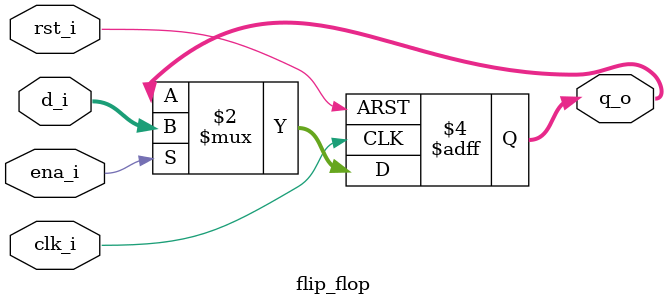
<source format=sv>
/* 
 *
 *
 * @file  flip_flop.sv
 * @autor Luis Arturo Mora Granados
 * @date  14/09/2018
 */

module flip_flop #(parameter WIDTH = 8)
(
	 input logic             clk_i, rst_i, ena_i,
	 input logic [WIDTH-1:0] d_i,
    output logic [WIDTH-1:0] q_o
);
	always_ff @(posedge clk_i, posedge rst_i)
		if     (rst_i) q_o <= 0;
		else if(ena_i) q_o <= d_i;
endmodule

</source>
